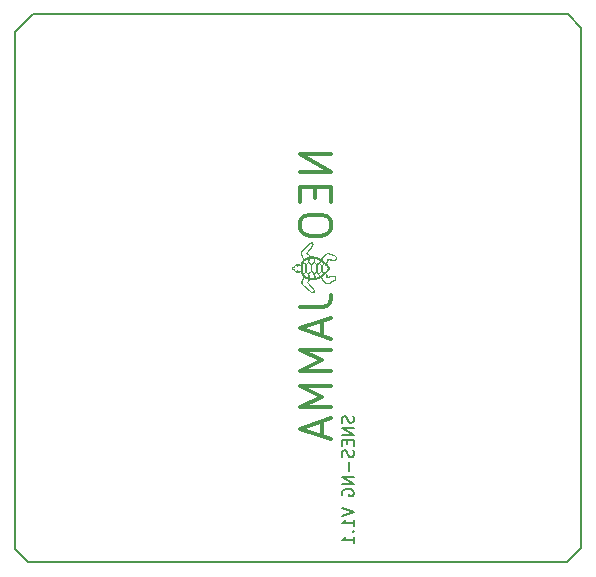
<source format=gbo>
%TF.GenerationSoftware,KiCad,Pcbnew,7.0.2*%
%TF.CreationDate,2025-03-23T10:17:30-04:00*%
%TF.ProjectId,ControllerToJamma,436f6e74-726f-46c6-9c65-72546f4a616d,rev?*%
%TF.SameCoordinates,Original*%
%TF.FileFunction,Legend,Bot*%
%TF.FilePolarity,Positive*%
%FSLAX46Y46*%
G04 Gerber Fmt 4.6, Leading zero omitted, Abs format (unit mm)*
G04 Created by KiCad (PCBNEW 7.0.2) date 2025-03-23 10:17:30*
%MOMM*%
%LPD*%
G01*
G04 APERTURE LIST*
%ADD10C,0.360000*%
%ADD11C,0.200000*%
%ADD12C,0.010000*%
%TA.AperFunction,Profile*%
%ADD13C,0.150000*%
%TD*%
G04 APERTURE END LIST*
D10*
X152984071Y-91807143D02*
X150284071Y-91807143D01*
X150284071Y-91807143D02*
X152984071Y-93350000D01*
X152984071Y-93350000D02*
X150284071Y-93350000D01*
X151569785Y-94635714D02*
X151569785Y-95535714D01*
X152984071Y-95921428D02*
X152984071Y-94635714D01*
X152984071Y-94635714D02*
X150284071Y-94635714D01*
X150284071Y-94635714D02*
X150284071Y-95921428D01*
X150284071Y-97592856D02*
X150284071Y-98107142D01*
X150284071Y-98107142D02*
X150412642Y-98364285D01*
X150412642Y-98364285D02*
X150669785Y-98621428D01*
X150669785Y-98621428D02*
X151184071Y-98749999D01*
X151184071Y-98749999D02*
X152084071Y-98749999D01*
X152084071Y-98749999D02*
X152598357Y-98621428D01*
X152598357Y-98621428D02*
X152855500Y-98364285D01*
X152855500Y-98364285D02*
X152984071Y-98107142D01*
X152984071Y-98107142D02*
X152984071Y-97592856D01*
X152984071Y-97592856D02*
X152855500Y-97335714D01*
X152855500Y-97335714D02*
X152598357Y-97078571D01*
X152598357Y-97078571D02*
X152084071Y-96949999D01*
X152084071Y-96949999D02*
X151184071Y-96949999D01*
X151184071Y-96949999D02*
X150669785Y-97078571D01*
X150669785Y-97078571D02*
X150412642Y-97335714D01*
X150412642Y-97335714D02*
X150284071Y-97592856D01*
X150284071Y-104792856D02*
X152212642Y-104792856D01*
X152212642Y-104792856D02*
X152598357Y-104664285D01*
X152598357Y-104664285D02*
X152855500Y-104407142D01*
X152855500Y-104407142D02*
X152984071Y-104021428D01*
X152984071Y-104021428D02*
X152984071Y-103764285D01*
X152212642Y-105949999D02*
X152212642Y-107235714D01*
X152984071Y-105692856D02*
X150284071Y-106592856D01*
X150284071Y-106592856D02*
X152984071Y-107492856D01*
X152984071Y-108392857D02*
X150284071Y-108392857D01*
X150284071Y-108392857D02*
X152212642Y-109292857D01*
X152212642Y-109292857D02*
X150284071Y-110192857D01*
X150284071Y-110192857D02*
X152984071Y-110192857D01*
X152984071Y-111478571D02*
X150284071Y-111478571D01*
X150284071Y-111478571D02*
X152212642Y-112378571D01*
X152212642Y-112378571D02*
X150284071Y-113278571D01*
X150284071Y-113278571D02*
X152984071Y-113278571D01*
X152212642Y-114435713D02*
X152212642Y-115721428D01*
X152984071Y-114178570D02*
X150284071Y-115078570D01*
X150284071Y-115078570D02*
X152984071Y-115978570D01*
D11*
X154815000Y-114019048D02*
X154862619Y-114161905D01*
X154862619Y-114161905D02*
X154862619Y-114400000D01*
X154862619Y-114400000D02*
X154815000Y-114495238D01*
X154815000Y-114495238D02*
X154767380Y-114542857D01*
X154767380Y-114542857D02*
X154672142Y-114590476D01*
X154672142Y-114590476D02*
X154576904Y-114590476D01*
X154576904Y-114590476D02*
X154481666Y-114542857D01*
X154481666Y-114542857D02*
X154434047Y-114495238D01*
X154434047Y-114495238D02*
X154386428Y-114400000D01*
X154386428Y-114400000D02*
X154338809Y-114209524D01*
X154338809Y-114209524D02*
X154291190Y-114114286D01*
X154291190Y-114114286D02*
X154243571Y-114066667D01*
X154243571Y-114066667D02*
X154148333Y-114019048D01*
X154148333Y-114019048D02*
X154053095Y-114019048D01*
X154053095Y-114019048D02*
X153957857Y-114066667D01*
X153957857Y-114066667D02*
X153910238Y-114114286D01*
X153910238Y-114114286D02*
X153862619Y-114209524D01*
X153862619Y-114209524D02*
X153862619Y-114447619D01*
X153862619Y-114447619D02*
X153910238Y-114590476D01*
X154862619Y-115019048D02*
X153862619Y-115019048D01*
X153862619Y-115019048D02*
X154862619Y-115590476D01*
X154862619Y-115590476D02*
X153862619Y-115590476D01*
X154338809Y-116066667D02*
X154338809Y-116400000D01*
X154862619Y-116542857D02*
X154862619Y-116066667D01*
X154862619Y-116066667D02*
X153862619Y-116066667D01*
X153862619Y-116066667D02*
X153862619Y-116542857D01*
X154815000Y-116923810D02*
X154862619Y-117066667D01*
X154862619Y-117066667D02*
X154862619Y-117304762D01*
X154862619Y-117304762D02*
X154815000Y-117400000D01*
X154815000Y-117400000D02*
X154767380Y-117447619D01*
X154767380Y-117447619D02*
X154672142Y-117495238D01*
X154672142Y-117495238D02*
X154576904Y-117495238D01*
X154576904Y-117495238D02*
X154481666Y-117447619D01*
X154481666Y-117447619D02*
X154434047Y-117400000D01*
X154434047Y-117400000D02*
X154386428Y-117304762D01*
X154386428Y-117304762D02*
X154338809Y-117114286D01*
X154338809Y-117114286D02*
X154291190Y-117019048D01*
X154291190Y-117019048D02*
X154243571Y-116971429D01*
X154243571Y-116971429D02*
X154148333Y-116923810D01*
X154148333Y-116923810D02*
X154053095Y-116923810D01*
X154053095Y-116923810D02*
X153957857Y-116971429D01*
X153957857Y-116971429D02*
X153910238Y-117019048D01*
X153910238Y-117019048D02*
X153862619Y-117114286D01*
X153862619Y-117114286D02*
X153862619Y-117352381D01*
X153862619Y-117352381D02*
X153910238Y-117495238D01*
X154481666Y-117923810D02*
X154481666Y-118685715D01*
X154862619Y-119161905D02*
X153862619Y-119161905D01*
X153862619Y-119161905D02*
X154862619Y-119733333D01*
X154862619Y-119733333D02*
X153862619Y-119733333D01*
X153910238Y-120733333D02*
X153862619Y-120638095D01*
X153862619Y-120638095D02*
X153862619Y-120495238D01*
X153862619Y-120495238D02*
X153910238Y-120352381D01*
X153910238Y-120352381D02*
X154005476Y-120257143D01*
X154005476Y-120257143D02*
X154100714Y-120209524D01*
X154100714Y-120209524D02*
X154291190Y-120161905D01*
X154291190Y-120161905D02*
X154434047Y-120161905D01*
X154434047Y-120161905D02*
X154624523Y-120209524D01*
X154624523Y-120209524D02*
X154719761Y-120257143D01*
X154719761Y-120257143D02*
X154815000Y-120352381D01*
X154815000Y-120352381D02*
X154862619Y-120495238D01*
X154862619Y-120495238D02*
X154862619Y-120590476D01*
X154862619Y-120590476D02*
X154815000Y-120733333D01*
X154815000Y-120733333D02*
X154767380Y-120780952D01*
X154767380Y-120780952D02*
X154434047Y-120780952D01*
X154434047Y-120780952D02*
X154434047Y-120590476D01*
X153862619Y-121828572D02*
X154862619Y-122161905D01*
X154862619Y-122161905D02*
X153862619Y-122495238D01*
X154862619Y-123352381D02*
X154862619Y-122780953D01*
X154862619Y-123066667D02*
X153862619Y-123066667D01*
X153862619Y-123066667D02*
X154005476Y-122971429D01*
X154005476Y-122971429D02*
X154100714Y-122876191D01*
X154100714Y-122876191D02*
X154148333Y-122780953D01*
X154767380Y-123780953D02*
X154815000Y-123828572D01*
X154815000Y-123828572D02*
X154862619Y-123780953D01*
X154862619Y-123780953D02*
X154815000Y-123733334D01*
X154815000Y-123733334D02*
X154767380Y-123780953D01*
X154767380Y-123780953D02*
X154862619Y-123780953D01*
X154862619Y-124780952D02*
X154862619Y-124209524D01*
X154862619Y-124495238D02*
X153862619Y-124495238D01*
X153862619Y-124495238D02*
X154005476Y-124400000D01*
X154005476Y-124400000D02*
X154100714Y-124304762D01*
X154100714Y-124304762D02*
X154148333Y-124209524D01*
%TO.C,HONU1*%
D12*
X149758875Y-101536474D02*
X149764046Y-101539849D01*
X149787438Y-101564945D01*
X149776999Y-101577000D01*
X149771285Y-101574729D01*
X149747674Y-101547675D01*
X149741494Y-101533480D01*
X149758875Y-101536474D01*
G36*
X149758875Y-101536474D02*
G01*
X149764046Y-101539849D01*
X149787438Y-101564945D01*
X149776999Y-101577000D01*
X149771285Y-101574729D01*
X149747674Y-101547675D01*
X149741494Y-101533480D01*
X149758875Y-101536474D01*
G37*
X149788200Y-101383501D02*
X149787057Y-101387967D01*
X149762800Y-101411900D01*
X149753807Y-101416631D01*
X149737400Y-101414898D01*
X149738542Y-101410432D01*
X149762800Y-101386500D01*
X149771792Y-101381768D01*
X149788200Y-101383501D01*
G36*
X149788200Y-101383501D02*
G01*
X149787057Y-101387967D01*
X149762800Y-101411900D01*
X149753807Y-101416631D01*
X149737400Y-101414898D01*
X149738542Y-101410432D01*
X149762800Y-101386500D01*
X149771792Y-101381768D01*
X149788200Y-101383501D01*
G37*
X151581463Y-100588214D02*
X151601962Y-100591067D01*
X151790781Y-100660017D01*
X151964554Y-100760856D01*
X152071100Y-100835196D01*
X152154858Y-100893635D01*
X152342704Y-101044871D01*
X152361231Y-101062110D01*
X152512350Y-101202722D01*
X152540763Y-101231702D01*
X152613453Y-101310096D01*
X152657028Y-101367913D01*
X152678230Y-101415374D01*
X152683800Y-101462700D01*
X152683371Y-101477454D01*
X152673831Y-101523748D01*
X152646641Y-101573236D01*
X152595061Y-101636138D01*
X152512350Y-101722677D01*
X152416740Y-101814561D01*
X152215409Y-101984362D01*
X152002115Y-102137998D01*
X151795443Y-102261500D01*
X151748507Y-102285379D01*
X151651480Y-102325642D01*
X151554701Y-102348070D01*
X151432726Y-102359538D01*
X151265760Y-102360071D01*
X151026227Y-102323689D01*
X150803004Y-102241373D01*
X150798198Y-102239017D01*
X150707720Y-102185703D01*
X150635418Y-102118813D01*
X150562900Y-102021500D01*
X150520379Y-101957718D01*
X150554869Y-101957718D01*
X150568930Y-101993772D01*
X150609593Y-102057950D01*
X150627370Y-102083223D01*
X150707743Y-102163994D01*
X150819441Y-102226901D01*
X150882178Y-102253056D01*
X150953057Y-102278400D01*
X150995424Y-102288200D01*
X151018157Y-102277872D01*
X151028221Y-102231050D01*
X151019192Y-102121699D01*
X151009330Y-102033532D01*
X150996205Y-101975205D01*
X150984758Y-101952988D01*
X151027140Y-101952988D01*
X151045012Y-102130944D01*
X151052241Y-102197243D01*
X151066180Y-102265578D01*
X151092787Y-102307263D01*
X151141596Y-102328921D01*
X151222139Y-102337176D01*
X151343950Y-102338653D01*
X151415797Y-102338790D01*
X151472796Y-102333778D01*
X151503212Y-102314584D01*
X151511976Y-102272170D01*
X151504023Y-102197498D01*
X151484284Y-102081528D01*
X151483286Y-102075794D01*
X151459882Y-101981244D01*
X151454202Y-101970700D01*
X151492566Y-101970700D01*
X151549024Y-102333844D01*
X151648894Y-102298608D01*
X151698608Y-102279823D01*
X151830444Y-102217719D01*
X151975277Y-102131257D01*
X152144050Y-102014150D01*
X152184447Y-101984539D01*
X152258077Y-101929728D01*
X152308903Y-101890703D01*
X152327742Y-101874450D01*
X152321246Y-101867299D01*
X152285807Y-101835577D01*
X152229913Y-101788282D01*
X152132543Y-101707464D01*
X151996692Y-101845023D01*
X151860842Y-101982582D01*
X151921576Y-102065541D01*
X151937676Y-102088443D01*
X151955159Y-102119748D01*
X151944986Y-102118313D01*
X151944162Y-102117630D01*
X151911236Y-102080619D01*
X151861998Y-102014919D01*
X151806781Y-101934290D01*
X151800784Y-101925181D01*
X151750591Y-101851900D01*
X151711666Y-101800040D01*
X151692004Y-101780326D01*
X151679924Y-101787314D01*
X151640042Y-101821802D01*
X151585337Y-101875450D01*
X151492566Y-101970700D01*
X151454202Y-101970700D01*
X151420970Y-101909009D01*
X151353181Y-101833828D01*
X151246675Y-101729299D01*
X151136908Y-101841144D01*
X151027140Y-101952988D01*
X150984758Y-101952988D01*
X150975795Y-101935592D01*
X150944083Y-101903567D01*
X150897046Y-101868007D01*
X150791500Y-101790715D01*
X150712012Y-101842607D01*
X150705833Y-101846633D01*
X150638858Y-101889458D01*
X150585439Y-101922399D01*
X150564991Y-101936216D01*
X150554869Y-101957718D01*
X150520379Y-101957718D01*
X150461300Y-101869100D01*
X150461300Y-101469260D01*
X150474636Y-101469260D01*
X150476197Y-101601008D01*
X150480717Y-101719579D01*
X150488201Y-101812461D01*
X150498655Y-101867141D01*
X150523311Y-101931990D01*
X150644705Y-101860714D01*
X150766100Y-101789438D01*
X150766311Y-101779881D01*
X150804200Y-101779881D01*
X150910518Y-101856898D01*
X151016837Y-101933914D01*
X151126418Y-101826369D01*
X151236000Y-101718823D01*
X151261400Y-101718823D01*
X151375631Y-101830933D01*
X151489863Y-101943043D01*
X151591531Y-101843766D01*
X151693200Y-101744490D01*
X151693200Y-101472879D01*
X151718600Y-101472879D01*
X151718717Y-101536660D01*
X151720511Y-101646389D01*
X151726039Y-101722412D01*
X151737287Y-101776499D01*
X151756238Y-101820419D01*
X151784877Y-101865943D01*
X151851154Y-101963479D01*
X152117643Y-101700301D01*
X152150400Y-101700301D01*
X152243530Y-101777067D01*
X152336661Y-101853834D01*
X152404687Y-101805395D01*
X152436160Y-101779675D01*
X152500769Y-101716568D01*
X152565556Y-101643653D01*
X152574237Y-101632953D01*
X152633370Y-101547667D01*
X152657591Y-101474405D01*
X152645411Y-101402617D01*
X152595338Y-101321758D01*
X152505883Y-101221279D01*
X152470275Y-101184241D01*
X152406594Y-101121216D01*
X152361231Y-101091053D01*
X152321436Y-101091996D01*
X152274459Y-101122288D01*
X152207550Y-101180172D01*
X152188245Y-101198962D01*
X152168107Y-101231053D01*
X152156678Y-101278197D01*
X152151571Y-101352303D01*
X152150400Y-101465278D01*
X152150400Y-101700301D01*
X152117643Y-101700301D01*
X152125000Y-101693035D01*
X152125000Y-101231709D01*
X152026326Y-101135357D01*
X151927653Y-101039005D01*
X151823126Y-101108178D01*
X151718600Y-101177350D01*
X151718600Y-101472879D01*
X151693200Y-101472879D01*
X151693200Y-101176511D01*
X151484318Y-100987799D01*
X151372859Y-101097188D01*
X151261400Y-101206576D01*
X151261400Y-101718823D01*
X151236000Y-101718823D01*
X151236000Y-101206576D01*
X151123478Y-101096145D01*
X151010957Y-100985714D01*
X150907578Y-101067591D01*
X150804200Y-101149468D01*
X150804200Y-101779881D01*
X150766311Y-101779881D01*
X150773200Y-101468396D01*
X150773632Y-101448848D01*
X150776005Y-101322077D01*
X150775550Y-101235650D01*
X150770796Y-101180307D01*
X150760274Y-101146788D01*
X150742515Y-101125831D01*
X150716050Y-101108177D01*
X150653324Y-101069770D01*
X150584284Y-101028352D01*
X150543816Y-101008609D01*
X150522443Y-101008315D01*
X150510688Y-101025239D01*
X150499074Y-101057154D01*
X150497837Y-101060728D01*
X150487632Y-101120068D01*
X150480359Y-101216278D01*
X150476025Y-101336846D01*
X150474636Y-101469260D01*
X150461300Y-101469260D01*
X150461300Y-101056300D01*
X150522443Y-100964585D01*
X150525952Y-100959322D01*
X150556338Y-100959322D01*
X150559699Y-100983620D01*
X150585529Y-101003000D01*
X150590527Y-101005982D01*
X150646959Y-101041060D01*
X150714066Y-101084308D01*
X150791500Y-101135138D01*
X150795428Y-101137716D01*
X150898804Y-101046208D01*
X150913064Y-101033416D01*
X150971063Y-100972072D01*
X151001141Y-100911220D01*
X151002231Y-100904961D01*
X151033405Y-100904961D01*
X151039794Y-100950818D01*
X151073084Y-101013116D01*
X151141762Y-101089161D01*
X151246675Y-101192127D01*
X151250724Y-101196100D01*
X151354824Y-101088100D01*
X151361648Y-101080971D01*
X151424700Y-101004936D01*
X151444294Y-100964628D01*
X151488995Y-100964628D01*
X151596078Y-101064513D01*
X151703160Y-101164399D01*
X151821239Y-101086263D01*
X151864168Y-101055151D01*
X151887906Y-101034218D01*
X151948151Y-101034218D01*
X152042925Y-101125782D01*
X152132543Y-101212363D01*
X152137700Y-101217345D01*
X152235614Y-101131827D01*
X152333529Y-101046309D01*
X152214492Y-100962404D01*
X152162646Y-100927431D01*
X152103760Y-100892160D01*
X152071100Y-100878500D01*
X152067403Y-100879197D01*
X152036087Y-100904965D01*
X151997448Y-100956359D01*
X151948151Y-101034218D01*
X151887906Y-101034218D01*
X151927653Y-100999168D01*
X151939597Y-100988636D01*
X151992586Y-100926867D01*
X152000192Y-100915196D01*
X152028213Y-100865594D01*
X152028466Y-100835524D01*
X152002481Y-100806355D01*
X151998721Y-100803081D01*
X151944186Y-100766441D01*
X151865332Y-100724145D01*
X151775895Y-100682272D01*
X151689614Y-100646904D01*
X151620224Y-100624120D01*
X151581463Y-100620001D01*
X151561811Y-100644755D01*
X151538184Y-100709027D01*
X151517840Y-100798987D01*
X151488995Y-100964628D01*
X151444294Y-100964628D01*
X151461616Y-100928993D01*
X151484318Y-100831189D01*
X151485128Y-100827700D01*
X151498019Y-100758238D01*
X151515173Y-100679185D01*
X151528783Y-100630850D01*
X151531996Y-100621348D01*
X151529657Y-100602712D01*
X151504118Y-100592222D01*
X151446185Y-100587656D01*
X151346667Y-100586788D01*
X151326570Y-100586933D01*
X151229767Y-100590640D01*
X151153747Y-100598284D01*
X151113513Y-100608473D01*
X151086808Y-100645064D01*
X151060583Y-100718243D01*
X151041297Y-100810373D01*
X151033405Y-100904961D01*
X151002231Y-100904961D01*
X151010957Y-100854854D01*
X151015686Y-100827700D01*
X151020821Y-100785319D01*
X151033480Y-100707450D01*
X151045985Y-100657366D01*
X151052134Y-100635405D01*
X151038471Y-100624395D01*
X150988046Y-100635465D01*
X150822787Y-100695568D01*
X150696946Y-100772196D01*
X150609622Y-100867405D01*
X150577857Y-100916537D01*
X150556338Y-100959322D01*
X150525952Y-100959322D01*
X150562900Y-100903900D01*
X150566434Y-100898618D01*
X150638547Y-100803040D01*
X150711272Y-100737125D01*
X150803004Y-100684026D01*
X150956528Y-100622170D01*
X151038471Y-100603420D01*
X151174019Y-100572406D01*
X151346667Y-100564154D01*
X151392769Y-100561951D01*
X151581463Y-100588214D01*
G36*
X151581463Y-100588214D02*
G01*
X151601962Y-100591067D01*
X151790781Y-100660017D01*
X151964554Y-100760856D01*
X152071100Y-100835196D01*
X152154858Y-100893635D01*
X152342704Y-101044871D01*
X152361231Y-101062110D01*
X152512350Y-101202722D01*
X152540763Y-101231702D01*
X152613453Y-101310096D01*
X152657028Y-101367913D01*
X152678230Y-101415374D01*
X152683800Y-101462700D01*
X152683371Y-101477454D01*
X152673831Y-101523748D01*
X152646641Y-101573236D01*
X152595061Y-101636138D01*
X152512350Y-101722677D01*
X152416740Y-101814561D01*
X152215409Y-101984362D01*
X152002115Y-102137998D01*
X151795443Y-102261500D01*
X151748507Y-102285379D01*
X151651480Y-102325642D01*
X151554701Y-102348070D01*
X151432726Y-102359538D01*
X151265760Y-102360071D01*
X151026227Y-102323689D01*
X150803004Y-102241373D01*
X150798198Y-102239017D01*
X150707720Y-102185703D01*
X150635418Y-102118813D01*
X150562900Y-102021500D01*
X150520379Y-101957718D01*
X150554869Y-101957718D01*
X150568930Y-101993772D01*
X150609593Y-102057950D01*
X150627370Y-102083223D01*
X150707743Y-102163994D01*
X150819441Y-102226901D01*
X150882178Y-102253056D01*
X150953057Y-102278400D01*
X150995424Y-102288200D01*
X151018157Y-102277872D01*
X151028221Y-102231050D01*
X151019192Y-102121699D01*
X151009330Y-102033532D01*
X150996205Y-101975205D01*
X150984758Y-101952988D01*
X151027140Y-101952988D01*
X151045012Y-102130944D01*
X151052241Y-102197243D01*
X151066180Y-102265578D01*
X151092787Y-102307263D01*
X151141596Y-102328921D01*
X151222139Y-102337176D01*
X151343950Y-102338653D01*
X151415797Y-102338790D01*
X151472796Y-102333778D01*
X151503212Y-102314584D01*
X151511976Y-102272170D01*
X151504023Y-102197498D01*
X151484284Y-102081528D01*
X151483286Y-102075794D01*
X151459882Y-101981244D01*
X151454202Y-101970700D01*
X151492566Y-101970700D01*
X151549024Y-102333844D01*
X151648894Y-102298608D01*
X151698608Y-102279823D01*
X151830444Y-102217719D01*
X151975277Y-102131257D01*
X152144050Y-102014150D01*
X152184447Y-101984539D01*
X152258077Y-101929728D01*
X152308903Y-101890703D01*
X152327742Y-101874450D01*
X152321246Y-101867299D01*
X152285807Y-101835577D01*
X152229913Y-101788282D01*
X152132543Y-101707464D01*
X151996692Y-101845023D01*
X151860842Y-101982582D01*
X151921576Y-102065541D01*
X151937676Y-102088443D01*
X151955159Y-102119748D01*
X151944986Y-102118313D01*
X151944162Y-102117630D01*
X151911236Y-102080619D01*
X151861998Y-102014919D01*
X151806781Y-101934290D01*
X151800784Y-101925181D01*
X151750591Y-101851900D01*
X151711666Y-101800040D01*
X151692004Y-101780326D01*
X151679924Y-101787314D01*
X151640042Y-101821802D01*
X151585337Y-101875450D01*
X151492566Y-101970700D01*
X151454202Y-101970700D01*
X151420970Y-101909009D01*
X151353181Y-101833828D01*
X151246675Y-101729299D01*
X151136908Y-101841144D01*
X151027140Y-101952988D01*
X150984758Y-101952988D01*
X150975795Y-101935592D01*
X150944083Y-101903567D01*
X150897046Y-101868007D01*
X150791500Y-101790715D01*
X150712012Y-101842607D01*
X150705833Y-101846633D01*
X150638858Y-101889458D01*
X150585439Y-101922399D01*
X150564991Y-101936216D01*
X150554869Y-101957718D01*
X150520379Y-101957718D01*
X150461300Y-101869100D01*
X150461300Y-101469260D01*
X150474636Y-101469260D01*
X150476197Y-101601008D01*
X150480717Y-101719579D01*
X150488201Y-101812461D01*
X150498655Y-101867141D01*
X150523311Y-101931990D01*
X150644705Y-101860714D01*
X150766100Y-101789438D01*
X150766311Y-101779881D01*
X150804200Y-101779881D01*
X150910518Y-101856898D01*
X151016837Y-101933914D01*
X151126418Y-101826369D01*
X151236000Y-101718823D01*
X151261400Y-101718823D01*
X151375631Y-101830933D01*
X151489863Y-101943043D01*
X151591531Y-101843766D01*
X151693200Y-101744490D01*
X151693200Y-101472879D01*
X151718600Y-101472879D01*
X151718717Y-101536660D01*
X151720511Y-101646389D01*
X151726039Y-101722412D01*
X151737287Y-101776499D01*
X151756238Y-101820419D01*
X151784877Y-101865943D01*
X151851154Y-101963479D01*
X152117643Y-101700301D01*
X152150400Y-101700301D01*
X152243530Y-101777067D01*
X152336661Y-101853834D01*
X152404687Y-101805395D01*
X152436160Y-101779675D01*
X152500769Y-101716568D01*
X152565556Y-101643653D01*
X152574237Y-101632953D01*
X152633370Y-101547667D01*
X152657591Y-101474405D01*
X152645411Y-101402617D01*
X152595338Y-101321758D01*
X152505883Y-101221279D01*
X152470275Y-101184241D01*
X152406594Y-101121216D01*
X152361231Y-101091053D01*
X152321436Y-101091996D01*
X152274459Y-101122288D01*
X152207550Y-101180172D01*
X152188245Y-101198962D01*
X152168107Y-101231053D01*
X152156678Y-101278197D01*
X152151571Y-101352303D01*
X152150400Y-101465278D01*
X152150400Y-101700301D01*
X152117643Y-101700301D01*
X152125000Y-101693035D01*
X152125000Y-101231709D01*
X152026326Y-101135357D01*
X151927653Y-101039005D01*
X151823126Y-101108178D01*
X151718600Y-101177350D01*
X151718600Y-101472879D01*
X151693200Y-101472879D01*
X151693200Y-101176511D01*
X151484318Y-100987799D01*
X151372859Y-101097188D01*
X151261400Y-101206576D01*
X151261400Y-101718823D01*
X151236000Y-101718823D01*
X151236000Y-101206576D01*
X151123478Y-101096145D01*
X151010957Y-100985714D01*
X150907578Y-101067591D01*
X150804200Y-101149468D01*
X150804200Y-101779881D01*
X150766311Y-101779881D01*
X150773200Y-101468396D01*
X150773632Y-101448848D01*
X150776005Y-101322077D01*
X150775550Y-101235650D01*
X150770796Y-101180307D01*
X150760274Y-101146788D01*
X150742515Y-101125831D01*
X150716050Y-101108177D01*
X150653324Y-101069770D01*
X150584284Y-101028352D01*
X150543816Y-101008609D01*
X150522443Y-101008315D01*
X150510688Y-101025239D01*
X150499074Y-101057154D01*
X150497837Y-101060728D01*
X150487632Y-101120068D01*
X150480359Y-101216278D01*
X150476025Y-101336846D01*
X150474636Y-101469260D01*
X150461300Y-101469260D01*
X150461300Y-101056300D01*
X150522443Y-100964585D01*
X150525952Y-100959322D01*
X150556338Y-100959322D01*
X150559699Y-100983620D01*
X150585529Y-101003000D01*
X150590527Y-101005982D01*
X150646959Y-101041060D01*
X150714066Y-101084308D01*
X150791500Y-101135138D01*
X150795428Y-101137716D01*
X150898804Y-101046208D01*
X150913064Y-101033416D01*
X150971063Y-100972072D01*
X151001141Y-100911220D01*
X151002231Y-100904961D01*
X151033405Y-100904961D01*
X151039794Y-100950818D01*
X151073084Y-101013116D01*
X151141762Y-101089161D01*
X151246675Y-101192127D01*
X151250724Y-101196100D01*
X151354824Y-101088100D01*
X151361648Y-101080971D01*
X151424700Y-101004936D01*
X151444294Y-100964628D01*
X151488995Y-100964628D01*
X151596078Y-101064513D01*
X151703160Y-101164399D01*
X151821239Y-101086263D01*
X151864168Y-101055151D01*
X151887906Y-101034218D01*
X151948151Y-101034218D01*
X152042925Y-101125782D01*
X152132543Y-101212363D01*
X152137700Y-101217345D01*
X152235614Y-101131827D01*
X152333529Y-101046309D01*
X152214492Y-100962404D01*
X152162646Y-100927431D01*
X152103760Y-100892160D01*
X152071100Y-100878500D01*
X152067403Y-100879197D01*
X152036087Y-100904965D01*
X151997448Y-100956359D01*
X151948151Y-101034218D01*
X151887906Y-101034218D01*
X151927653Y-100999168D01*
X151939597Y-100988636D01*
X151992586Y-100926867D01*
X152000192Y-100915196D01*
X152028213Y-100865594D01*
X152028466Y-100835524D01*
X152002481Y-100806355D01*
X151998721Y-100803081D01*
X151944186Y-100766441D01*
X151865332Y-100724145D01*
X151775895Y-100682272D01*
X151689614Y-100646904D01*
X151620224Y-100624120D01*
X151581463Y-100620001D01*
X151561811Y-100644755D01*
X151538184Y-100709027D01*
X151517840Y-100798987D01*
X151488995Y-100964628D01*
X151444294Y-100964628D01*
X151461616Y-100928993D01*
X151484318Y-100831189D01*
X151485128Y-100827700D01*
X151498019Y-100758238D01*
X151515173Y-100679185D01*
X151528783Y-100630850D01*
X151531996Y-100621348D01*
X151529657Y-100602712D01*
X151504118Y-100592222D01*
X151446185Y-100587656D01*
X151346667Y-100586788D01*
X151326570Y-100586933D01*
X151229767Y-100590640D01*
X151153747Y-100598284D01*
X151113513Y-100608473D01*
X151086808Y-100645064D01*
X151060583Y-100718243D01*
X151041297Y-100810373D01*
X151033405Y-100904961D01*
X151002231Y-100904961D01*
X151010957Y-100854854D01*
X151015686Y-100827700D01*
X151020821Y-100785319D01*
X151033480Y-100707450D01*
X151045985Y-100657366D01*
X151052134Y-100635405D01*
X151038471Y-100624395D01*
X150988046Y-100635465D01*
X150822787Y-100695568D01*
X150696946Y-100772196D01*
X150609622Y-100867405D01*
X150577857Y-100916537D01*
X150556338Y-100959322D01*
X150525952Y-100959322D01*
X150562900Y-100903900D01*
X150566434Y-100898618D01*
X150638547Y-100803040D01*
X150711272Y-100737125D01*
X150803004Y-100684026D01*
X150956528Y-100622170D01*
X151038471Y-100603420D01*
X151174019Y-100572406D01*
X151346667Y-100564154D01*
X151392769Y-100561951D01*
X151581463Y-100588214D01*
G37*
X151278314Y-99265609D02*
X151330908Y-99288902D01*
X151371886Y-99345147D01*
X151388400Y-99416861D01*
X151372353Y-99478785D01*
X151323348Y-99575080D01*
X151243864Y-99700095D01*
X151136409Y-99849899D01*
X151003489Y-100020562D01*
X150855707Y-100204025D01*
X150982353Y-100322488D01*
X151046097Y-100385979D01*
X151091638Y-100438730D01*
X151109017Y-100469225D01*
X151109204Y-100470772D01*
X151138681Y-100485580D01*
X151218076Y-100494510D01*
X151346883Y-100497500D01*
X151366492Y-100497575D01*
X151422563Y-100497789D01*
X151507706Y-100501133D01*
X151576540Y-100511501D01*
X151644475Y-100532869D01*
X151726924Y-100569210D01*
X151839295Y-100624500D01*
X152093858Y-100751500D01*
X152217325Y-100576666D01*
X152224716Y-100566301D01*
X152300803Y-100467795D01*
X152382154Y-100373884D01*
X152452371Y-100303616D01*
X152517740Y-100253466D01*
X152620719Y-100209699D01*
X152712597Y-100210827D01*
X152729717Y-100211036D01*
X152855602Y-100256200D01*
X152886594Y-100270680D01*
X152949174Y-100296694D01*
X152985267Y-100307000D01*
X153027264Y-100316415D01*
X153100583Y-100345300D01*
X153184182Y-100385417D01*
X153260618Y-100428314D01*
X153312450Y-100465538D01*
X153354161Y-100526740D01*
X153371718Y-100610088D01*
X153358062Y-100690748D01*
X153313148Y-100750059D01*
X153248723Y-100774506D01*
X153148916Y-100787376D01*
X153029982Y-100787911D01*
X152907185Y-100776061D01*
X152795786Y-100751774D01*
X152749303Y-100737721D01*
X152691772Y-100720510D01*
X152667996Y-100713674D01*
X152667137Y-100715334D01*
X152660122Y-100747816D01*
X152649641Y-100808777D01*
X152645420Y-100828443D01*
X152611483Y-100913650D01*
X152561013Y-100992046D01*
X152487637Y-101079939D01*
X152636518Y-101252922D01*
X152666790Y-101288880D01*
X152727540Y-101366571D01*
X152769649Y-101428408D01*
X152785400Y-101463478D01*
X152780053Y-101479176D01*
X152747964Y-101530374D01*
X152693338Y-101602923D01*
X152623637Y-101686533D01*
X152461874Y-101872013D01*
X152520889Y-101984856D01*
X152537723Y-102020266D01*
X152568377Y-102106555D01*
X152581052Y-102177575D01*
X152581334Y-102193104D01*
X152587378Y-102236502D01*
X152612497Y-102247898D01*
X152671820Y-102237237D01*
X152678737Y-102235615D01*
X152748793Y-102212954D01*
X152797293Y-102187269D01*
X152800742Y-102184717D01*
X152853101Y-102165585D01*
X152936128Y-102151063D01*
X153033711Y-102142149D01*
X153129741Y-102139842D01*
X153208107Y-102145140D01*
X153252700Y-102159042D01*
X153259841Y-102166511D01*
X153287069Y-102219246D01*
X153306755Y-102292078D01*
X153308869Y-102305046D01*
X153312901Y-102369952D01*
X153294295Y-102418953D01*
X153244906Y-102476320D01*
X153192056Y-102523693D01*
X153067670Y-102607226D01*
X152921620Y-102680926D01*
X152772545Y-102735957D01*
X152639082Y-102763484D01*
X152484632Y-102777489D01*
X152346282Y-102646643D01*
X152242550Y-102532456D01*
X152134716Y-102355444D01*
X152067282Y-102207755D01*
X152095597Y-102207755D01*
X152105073Y-102241101D01*
X152149273Y-102340691D01*
X152214728Y-102451975D01*
X152290812Y-102557956D01*
X152366897Y-102641638D01*
X152394121Y-102666634D01*
X152452091Y-102715346D01*
X152499293Y-102738892D01*
X152555205Y-102744167D01*
X152639305Y-102738064D01*
X152739347Y-102720502D01*
X152898815Y-102666542D01*
X153058881Y-102586117D01*
X153201436Y-102487305D01*
X153230122Y-102462186D01*
X153277302Y-102401289D01*
X153289049Y-102332334D01*
X153270302Y-102237400D01*
X153262421Y-102213586D01*
X153245681Y-102191471D01*
X153212137Y-102179976D01*
X153150462Y-102175971D01*
X153049329Y-102176325D01*
X152983908Y-102178245D01*
X152859913Y-102191753D01*
X152784145Y-102217680D01*
X152719405Y-102248319D01*
X152639350Y-102271770D01*
X152629849Y-102273496D01*
X152579443Y-102278011D01*
X152560005Y-102257603D01*
X152556800Y-102199344D01*
X152554946Y-102172889D01*
X152535741Y-102086902D01*
X152502424Y-101999838D01*
X152448049Y-101887917D01*
X152267474Y-102027638D01*
X152259959Y-102033478D01*
X152167470Y-102111105D01*
X152111477Y-102170460D01*
X152095597Y-102207755D01*
X152067282Y-102207755D01*
X152061500Y-102195091D01*
X151820554Y-102311495D01*
X151769298Y-102336152D01*
X151673382Y-102380005D01*
X151598783Y-102407078D01*
X151528515Y-102421440D01*
X151445591Y-102427162D01*
X151333024Y-102428314D01*
X151086438Y-102428728D01*
X151010338Y-102542039D01*
X150934238Y-102655349D01*
X151078769Y-102813894D01*
X151102076Y-102839505D01*
X151247969Y-103002763D01*
X151359864Y-103135072D01*
X151439808Y-103240425D01*
X151489850Y-103322815D01*
X151512037Y-103386237D01*
X151508417Y-103434684D01*
X151481039Y-103472150D01*
X151431950Y-103502629D01*
X151425661Y-103505545D01*
X151371676Y-103521916D01*
X151315077Y-103519985D01*
X151250593Y-103496547D01*
X151172953Y-103448398D01*
X151076885Y-103372335D01*
X150957118Y-103265155D01*
X150808381Y-103123653D01*
X150733065Y-103049904D01*
X150612589Y-102927503D01*
X150520347Y-102827350D01*
X150459690Y-102753159D01*
X150433967Y-102708644D01*
X150432164Y-102700415D01*
X150434166Y-102621782D01*
X150457519Y-102621782D01*
X150459062Y-102707428D01*
X150469124Y-102728425D01*
X150514149Y-102788849D01*
X150590535Y-102875655D01*
X150694084Y-102984175D01*
X150820598Y-103109736D01*
X150936069Y-103220161D01*
X151060013Y-103332562D01*
X151159612Y-103413082D01*
X151240269Y-103465077D01*
X151307392Y-103491901D01*
X151366384Y-103496911D01*
X151422652Y-103483462D01*
X151460137Y-103463983D01*
X151486707Y-103430063D01*
X151488320Y-103382405D01*
X151463014Y-103317452D01*
X151408828Y-103231642D01*
X151323800Y-103121416D01*
X151205968Y-102983215D01*
X151053369Y-102813478D01*
X150908838Y-102655349D01*
X150983519Y-102544152D01*
X151011461Y-102501118D01*
X151045082Y-102443966D01*
X151058200Y-102413395D01*
X151057914Y-102411707D01*
X151031619Y-102393483D01*
X150975650Y-102376547D01*
X150930283Y-102363184D01*
X150844918Y-102329071D01*
X150755419Y-102285726D01*
X150690770Y-102252245D01*
X150635666Y-102226092D01*
X150612491Y-102218447D01*
X150609016Y-102224320D01*
X150588743Y-102263700D01*
X150557874Y-102326300D01*
X150539461Y-102365480D01*
X150485072Y-102504892D01*
X150457519Y-102621782D01*
X150434166Y-102621782D01*
X150434598Y-102604818D01*
X150470807Y-102472945D01*
X150540469Y-102306011D01*
X150597607Y-102184123D01*
X150499377Y-102026611D01*
X150498967Y-102025954D01*
X150447255Y-101937044D01*
X150405835Y-101855082D01*
X150401883Y-101844872D01*
X150410500Y-101844872D01*
X150513203Y-102009118D01*
X150514941Y-102011885D01*
X150578155Y-102101617D01*
X150612491Y-102141896D01*
X150645333Y-102180422D01*
X150702217Y-102231528D01*
X150817601Y-102293453D01*
X150985374Y-102351267D01*
X151172673Y-102388987D01*
X151363437Y-102402461D01*
X151392295Y-102402405D01*
X151484950Y-102400094D01*
X151557898Y-102391299D01*
X151627353Y-102371817D01*
X151709528Y-102337447D01*
X151820637Y-102283987D01*
X152074400Y-102139621D01*
X152353585Y-101929748D01*
X152448049Y-101835836D01*
X152599619Y-101685153D01*
X152639494Y-101638207D01*
X152701440Y-101559558D01*
X152744109Y-101497587D01*
X152760000Y-101462700D01*
X152744388Y-101423984D01*
X152697620Y-101357327D01*
X152626903Y-101272359D01*
X152539529Y-101177015D01*
X152442788Y-101079230D01*
X152343971Y-100986938D01*
X152250369Y-100908074D01*
X152213605Y-100880299D01*
X152090386Y-100796373D01*
X152030082Y-100759612D01*
X152125000Y-100759612D01*
X152128921Y-100767675D01*
X152162620Y-100804243D01*
X152223379Y-100859590D01*
X152302133Y-100925243D01*
X152479266Y-101067358D01*
X152544646Y-100981640D01*
X152553912Y-100968786D01*
X152598877Y-100885801D01*
X152624937Y-100804044D01*
X152627194Y-100791094D01*
X152642178Y-100731262D01*
X152657487Y-100701264D01*
X152671534Y-100699798D01*
X152724121Y-100708067D01*
X152797800Y-100727280D01*
X152802829Y-100728762D01*
X152902459Y-100749263D01*
X153017877Y-100760778D01*
X153132703Y-100762957D01*
X153230560Y-100755450D01*
X153295069Y-100737906D01*
X153302613Y-100733072D01*
X153334923Y-100682662D01*
X153345459Y-100609818D01*
X153333856Y-100534796D01*
X153299750Y-100477852D01*
X153255206Y-100447725D01*
X153183355Y-100409504D01*
X153102659Y-100372106D01*
X153030752Y-100343685D01*
X152985267Y-100332400D01*
X152973899Y-100330284D01*
X152923876Y-100312182D01*
X152855602Y-100281600D01*
X152844554Y-100276381D01*
X152712597Y-100235497D01*
X152594774Y-100242303D01*
X152487571Y-100296947D01*
X152440863Y-100340372D01*
X152378456Y-100409035D01*
X152309041Y-100492111D01*
X152240801Y-100579151D01*
X152181924Y-100659712D01*
X152140595Y-100723348D01*
X152125000Y-100759612D01*
X152030082Y-100759612D01*
X151952579Y-100712366D01*
X151823692Y-100642889D01*
X151800809Y-100631659D01*
X151696402Y-100582210D01*
X151617419Y-100551077D01*
X151547207Y-100533943D01*
X151469115Y-100526494D01*
X151366492Y-100524415D01*
X151213699Y-100532031D01*
X151020569Y-100564971D01*
X150844856Y-100620249D01*
X150702217Y-100693871D01*
X150700752Y-100694871D01*
X150643336Y-100747085D01*
X150576068Y-100826479D01*
X150513203Y-100916281D01*
X150410500Y-101080527D01*
X150410500Y-101844872D01*
X150401883Y-101844872D01*
X150383639Y-101797735D01*
X150380505Y-101785852D01*
X150358691Y-101744066D01*
X150324816Y-101744006D01*
X150221096Y-101785628D01*
X150133116Y-101811926D01*
X150065508Y-101817916D01*
X150005536Y-101806074D01*
X149999355Y-101803877D01*
X149934248Y-101769150D01*
X149895237Y-101741200D01*
X149973039Y-101741200D01*
X149976796Y-101767643D01*
X150030460Y-101790871D01*
X150080386Y-101796177D01*
X150133665Y-101785366D01*
X150140082Y-101781322D01*
X150154146Y-101753590D01*
X150132279Y-101727589D01*
X150086750Y-101711711D01*
X150029829Y-101714347D01*
X150019235Y-101717219D01*
X149973039Y-101741200D01*
X149895237Y-101741200D01*
X149856234Y-101713256D01*
X149776346Y-101646065D01*
X149705621Y-101577446D01*
X149655094Y-101517268D01*
X149635887Y-101475588D01*
X149661200Y-101475588D01*
X149678840Y-101514323D01*
X149726024Y-101572511D01*
X149792398Y-101637029D01*
X149805779Y-101648704D01*
X149871750Y-101703602D01*
X149914235Y-101729639D01*
X149945010Y-101731832D01*
X149975850Y-101715199D01*
X150021150Y-101689906D01*
X150086750Y-101684630D01*
X150091506Y-101684248D01*
X150155053Y-101727801D01*
X150161237Y-101734563D01*
X150192716Y-101760783D01*
X150227333Y-101760769D01*
X150285990Y-101735797D01*
X150372400Y-101694591D01*
X150372400Y-101256208D01*
X150285990Y-101215002D01*
X150274053Y-101209347D01*
X150220680Y-101188308D01*
X150187981Y-101192433D01*
X150155053Y-101222998D01*
X150107920Y-101259837D01*
X150044644Y-101267501D01*
X149989385Y-101227750D01*
X149978888Y-101213713D01*
X149968854Y-101196802D01*
X149991354Y-101215050D01*
X150020383Y-101234468D01*
X150086035Y-101243767D01*
X150142027Y-101210836D01*
X150147333Y-101203622D01*
X150149406Y-101172926D01*
X150115719Y-101156985D01*
X150057734Y-101158165D01*
X149986914Y-101178831D01*
X149958598Y-101192590D01*
X149881926Y-101241657D01*
X149802454Y-101304874D01*
X149731577Y-101371858D01*
X149680693Y-101432224D01*
X149661200Y-101475588D01*
X149635887Y-101475588D01*
X149635800Y-101475400D01*
X149636078Y-101471820D01*
X149659539Y-101427336D01*
X149712960Y-101365680D01*
X149785305Y-101296722D01*
X149865540Y-101230330D01*
X149942628Y-101176375D01*
X150005536Y-101144725D01*
X150057270Y-101133504D01*
X150115719Y-101136588D01*
X150123373Y-101136991D01*
X150208201Y-101160555D01*
X150324496Y-101206671D01*
X150338656Y-101210909D01*
X150364509Y-101197203D01*
X150382042Y-101141435D01*
X150382358Y-101139915D01*
X150404993Y-101075898D01*
X150447092Y-100988894D01*
X150499796Y-100897275D01*
X150507839Y-100884390D01*
X150555076Y-100806120D01*
X150588389Y-100746506D01*
X150601000Y-100717582D01*
X150589859Y-100686376D01*
X150561239Y-100625135D01*
X150522541Y-100548226D01*
X150481163Y-100469983D01*
X150444504Y-100404742D01*
X150419963Y-100366839D01*
X150410931Y-100349289D01*
X150394086Y-100289070D01*
X150380807Y-100209133D01*
X150365571Y-100080488D01*
X150365812Y-100080241D01*
X150390942Y-100080241D01*
X150405980Y-100207218D01*
X150412143Y-100246178D01*
X150436075Y-100335828D01*
X150466559Y-100403147D01*
X150482380Y-100428324D01*
X150526528Y-100505203D01*
X150570985Y-100589367D01*
X150629870Y-100706634D01*
X150761485Y-100636387D01*
X150817279Y-100608630D01*
X150906874Y-100570715D01*
X150977366Y-100548475D01*
X151012765Y-100539447D01*
X151064820Y-100510910D01*
X151073607Y-100468846D01*
X151038825Y-100409401D01*
X150960173Y-100328720D01*
X150827853Y-100207052D01*
X150976862Y-100022076D01*
X150991510Y-100003770D01*
X151079481Y-99890092D01*
X151169586Y-99768614D01*
X151244435Y-99662696D01*
X151313332Y-99550312D01*
X151355294Y-99447477D01*
X151358142Y-99369858D01*
X151322550Y-99314450D01*
X151319860Y-99312337D01*
X151275359Y-99300237D01*
X151212555Y-99318957D01*
X151128857Y-99370341D01*
X151021675Y-99456235D01*
X150888417Y-99578483D01*
X150726492Y-99738931D01*
X150390942Y-100080241D01*
X150365812Y-100080241D01*
X150692835Y-99745686D01*
X150695522Y-99742939D01*
X150865286Y-99574289D01*
X151009798Y-99441033D01*
X151127603Y-99344368D01*
X151217242Y-99285491D01*
X151275359Y-99266228D01*
X151277258Y-99265599D01*
X151278314Y-99265609D01*
G36*
X151278314Y-99265609D02*
G01*
X151330908Y-99288902D01*
X151371886Y-99345147D01*
X151388400Y-99416861D01*
X151372353Y-99478785D01*
X151323348Y-99575080D01*
X151243864Y-99700095D01*
X151136409Y-99849899D01*
X151003489Y-100020562D01*
X150855707Y-100204025D01*
X150982353Y-100322488D01*
X151046097Y-100385979D01*
X151091638Y-100438730D01*
X151109017Y-100469225D01*
X151109204Y-100470772D01*
X151138681Y-100485580D01*
X151218076Y-100494510D01*
X151346883Y-100497500D01*
X151366492Y-100497575D01*
X151422563Y-100497789D01*
X151507706Y-100501133D01*
X151576540Y-100511501D01*
X151644475Y-100532869D01*
X151726924Y-100569210D01*
X151839295Y-100624500D01*
X152093858Y-100751500D01*
X152217325Y-100576666D01*
X152224716Y-100566301D01*
X152300803Y-100467795D01*
X152382154Y-100373884D01*
X152452371Y-100303616D01*
X152517740Y-100253466D01*
X152620719Y-100209699D01*
X152712597Y-100210827D01*
X152729717Y-100211036D01*
X152855602Y-100256200D01*
X152886594Y-100270680D01*
X152949174Y-100296694D01*
X152985267Y-100307000D01*
X153027264Y-100316415D01*
X153100583Y-100345300D01*
X153184182Y-100385417D01*
X153260618Y-100428314D01*
X153312450Y-100465538D01*
X153354161Y-100526740D01*
X153371718Y-100610088D01*
X153358062Y-100690748D01*
X153313148Y-100750059D01*
X153248723Y-100774506D01*
X153148916Y-100787376D01*
X153029982Y-100787911D01*
X152907185Y-100776061D01*
X152795786Y-100751774D01*
X152749303Y-100737721D01*
X152691772Y-100720510D01*
X152667996Y-100713674D01*
X152667137Y-100715334D01*
X152660122Y-100747816D01*
X152649641Y-100808777D01*
X152645420Y-100828443D01*
X152611483Y-100913650D01*
X152561013Y-100992046D01*
X152487637Y-101079939D01*
X152636518Y-101252922D01*
X152666790Y-101288880D01*
X152727540Y-101366571D01*
X152769649Y-101428408D01*
X152785400Y-101463478D01*
X152780053Y-101479176D01*
X152747964Y-101530374D01*
X152693338Y-101602923D01*
X152623637Y-101686533D01*
X152461874Y-101872013D01*
X152520889Y-101984856D01*
X152537723Y-102020266D01*
X152568377Y-102106555D01*
X152581052Y-102177575D01*
X152581334Y-102193104D01*
X152587378Y-102236502D01*
X152612497Y-102247898D01*
X152671820Y-102237237D01*
X152678737Y-102235615D01*
X152748793Y-102212954D01*
X152797293Y-102187269D01*
X152800742Y-102184717D01*
X152853101Y-102165585D01*
X152936128Y-102151063D01*
X153033711Y-102142149D01*
X153129741Y-102139842D01*
X153208107Y-102145140D01*
X153252700Y-102159042D01*
X153259841Y-102166511D01*
X153287069Y-102219246D01*
X153306755Y-102292078D01*
X153308869Y-102305046D01*
X153312901Y-102369952D01*
X153294295Y-102418953D01*
X153244906Y-102476320D01*
X153192056Y-102523693D01*
X153067670Y-102607226D01*
X152921620Y-102680926D01*
X152772545Y-102735957D01*
X152639082Y-102763484D01*
X152484632Y-102777489D01*
X152346282Y-102646643D01*
X152242550Y-102532456D01*
X152134716Y-102355444D01*
X152067282Y-102207755D01*
X152095597Y-102207755D01*
X152105073Y-102241101D01*
X152149273Y-102340691D01*
X152214728Y-102451975D01*
X152290812Y-102557956D01*
X152366897Y-102641638D01*
X152394121Y-102666634D01*
X152452091Y-102715346D01*
X152499293Y-102738892D01*
X152555205Y-102744167D01*
X152639305Y-102738064D01*
X152739347Y-102720502D01*
X152898815Y-102666542D01*
X153058881Y-102586117D01*
X153201436Y-102487305D01*
X153230122Y-102462186D01*
X153277302Y-102401289D01*
X153289049Y-102332334D01*
X153270302Y-102237400D01*
X153262421Y-102213586D01*
X153245681Y-102191471D01*
X153212137Y-102179976D01*
X153150462Y-102175971D01*
X153049329Y-102176325D01*
X152983908Y-102178245D01*
X152859913Y-102191753D01*
X152784145Y-102217680D01*
X152719405Y-102248319D01*
X152639350Y-102271770D01*
X152629849Y-102273496D01*
X152579443Y-102278011D01*
X152560005Y-102257603D01*
X152556800Y-102199344D01*
X152554946Y-102172889D01*
X152535741Y-102086902D01*
X152502424Y-101999838D01*
X152448049Y-101887917D01*
X152267474Y-102027638D01*
X152259959Y-102033478D01*
X152167470Y-102111105D01*
X152111477Y-102170460D01*
X152095597Y-102207755D01*
X152067282Y-102207755D01*
X152061500Y-102195091D01*
X151820554Y-102311495D01*
X151769298Y-102336152D01*
X151673382Y-102380005D01*
X151598783Y-102407078D01*
X151528515Y-102421440D01*
X151445591Y-102427162D01*
X151333024Y-102428314D01*
X151086438Y-102428728D01*
X151010338Y-102542039D01*
X150934238Y-102655349D01*
X151078769Y-102813894D01*
X151102076Y-102839505D01*
X151247969Y-103002763D01*
X151359864Y-103135072D01*
X151439808Y-103240425D01*
X151489850Y-103322815D01*
X151512037Y-103386237D01*
X151508417Y-103434684D01*
X151481039Y-103472150D01*
X151431950Y-103502629D01*
X151425661Y-103505545D01*
X151371676Y-103521916D01*
X151315077Y-103519985D01*
X151250593Y-103496547D01*
X151172953Y-103448398D01*
X151076885Y-103372335D01*
X150957118Y-103265155D01*
X150808381Y-103123653D01*
X150733065Y-103049904D01*
X150612589Y-102927503D01*
X150520347Y-102827350D01*
X150459690Y-102753159D01*
X150433967Y-102708644D01*
X150432164Y-102700415D01*
X150434166Y-102621782D01*
X150457519Y-102621782D01*
X150459062Y-102707428D01*
X150469124Y-102728425D01*
X150514149Y-102788849D01*
X150590535Y-102875655D01*
X150694084Y-102984175D01*
X150820598Y-103109736D01*
X150936069Y-103220161D01*
X151060013Y-103332562D01*
X151159612Y-103413082D01*
X151240269Y-103465077D01*
X151307392Y-103491901D01*
X151366384Y-103496911D01*
X151422652Y-103483462D01*
X151460137Y-103463983D01*
X151486707Y-103430063D01*
X151488320Y-103382405D01*
X151463014Y-103317452D01*
X151408828Y-103231642D01*
X151323800Y-103121416D01*
X151205968Y-102983215D01*
X151053369Y-102813478D01*
X150908838Y-102655349D01*
X150983519Y-102544152D01*
X151011461Y-102501118D01*
X151045082Y-102443966D01*
X151058200Y-102413395D01*
X151057914Y-102411707D01*
X151031619Y-102393483D01*
X150975650Y-102376547D01*
X150930283Y-102363184D01*
X150844918Y-102329071D01*
X150755419Y-102285726D01*
X150690770Y-102252245D01*
X150635666Y-102226092D01*
X150612491Y-102218447D01*
X150609016Y-102224320D01*
X150588743Y-102263700D01*
X150557874Y-102326300D01*
X150539461Y-102365480D01*
X150485072Y-102504892D01*
X150457519Y-102621782D01*
X150434166Y-102621782D01*
X150434598Y-102604818D01*
X150470807Y-102472945D01*
X150540469Y-102306011D01*
X150597607Y-102184123D01*
X150499377Y-102026611D01*
X150498967Y-102025954D01*
X150447255Y-101937044D01*
X150405835Y-101855082D01*
X150401883Y-101844872D01*
X150410500Y-101844872D01*
X150513203Y-102009118D01*
X150514941Y-102011885D01*
X150578155Y-102101617D01*
X150612491Y-102141896D01*
X150645333Y-102180422D01*
X150702217Y-102231528D01*
X150817601Y-102293453D01*
X150985374Y-102351267D01*
X151172673Y-102388987D01*
X151363437Y-102402461D01*
X151392295Y-102402405D01*
X151484950Y-102400094D01*
X151557898Y-102391299D01*
X151627353Y-102371817D01*
X151709528Y-102337447D01*
X151820637Y-102283987D01*
X152074400Y-102139621D01*
X152353585Y-101929748D01*
X152448049Y-101835836D01*
X152599619Y-101685153D01*
X152639494Y-101638207D01*
X152701440Y-101559558D01*
X152744109Y-101497587D01*
X152760000Y-101462700D01*
X152744388Y-101423984D01*
X152697620Y-101357327D01*
X152626903Y-101272359D01*
X152539529Y-101177015D01*
X152442788Y-101079230D01*
X152343971Y-100986938D01*
X152250369Y-100908074D01*
X152213605Y-100880299D01*
X152090386Y-100796373D01*
X152030082Y-100759612D01*
X152125000Y-100759612D01*
X152128921Y-100767675D01*
X152162620Y-100804243D01*
X152223379Y-100859590D01*
X152302133Y-100925243D01*
X152479266Y-101067358D01*
X152544646Y-100981640D01*
X152553912Y-100968786D01*
X152598877Y-100885801D01*
X152624937Y-100804044D01*
X152627194Y-100791094D01*
X152642178Y-100731262D01*
X152657487Y-100701264D01*
X152671534Y-100699798D01*
X152724121Y-100708067D01*
X152797800Y-100727280D01*
X152802829Y-100728762D01*
X152902459Y-100749263D01*
X153017877Y-100760778D01*
X153132703Y-100762957D01*
X153230560Y-100755450D01*
X153295069Y-100737906D01*
X153302613Y-100733072D01*
X153334923Y-100682662D01*
X153345459Y-100609818D01*
X153333856Y-100534796D01*
X153299750Y-100477852D01*
X153255206Y-100447725D01*
X153183355Y-100409504D01*
X153102659Y-100372106D01*
X153030752Y-100343685D01*
X152985267Y-100332400D01*
X152973899Y-100330284D01*
X152923876Y-100312182D01*
X152855602Y-100281600D01*
X152844554Y-100276381D01*
X152712597Y-100235497D01*
X152594774Y-100242303D01*
X152487571Y-100296947D01*
X152440863Y-100340372D01*
X152378456Y-100409035D01*
X152309041Y-100492111D01*
X152240801Y-100579151D01*
X152181924Y-100659712D01*
X152140595Y-100723348D01*
X152125000Y-100759612D01*
X152030082Y-100759612D01*
X151952579Y-100712366D01*
X151823692Y-100642889D01*
X151800809Y-100631659D01*
X151696402Y-100582210D01*
X151617419Y-100551077D01*
X151547207Y-100533943D01*
X151469115Y-100526494D01*
X151366492Y-100524415D01*
X151213699Y-100532031D01*
X151020569Y-100564971D01*
X150844856Y-100620249D01*
X150702217Y-100693871D01*
X150700752Y-100694871D01*
X150643336Y-100747085D01*
X150576068Y-100826479D01*
X150513203Y-100916281D01*
X150410500Y-101080527D01*
X150410500Y-101844872D01*
X150401883Y-101844872D01*
X150383639Y-101797735D01*
X150380505Y-101785852D01*
X150358691Y-101744066D01*
X150324816Y-101744006D01*
X150221096Y-101785628D01*
X150133116Y-101811926D01*
X150065508Y-101817916D01*
X150005536Y-101806074D01*
X149999355Y-101803877D01*
X149934248Y-101769150D01*
X149895237Y-101741200D01*
X149973039Y-101741200D01*
X149976796Y-101767643D01*
X150030460Y-101790871D01*
X150080386Y-101796177D01*
X150133665Y-101785366D01*
X150140082Y-101781322D01*
X150154146Y-101753590D01*
X150132279Y-101727589D01*
X150086750Y-101711711D01*
X150029829Y-101714347D01*
X150019235Y-101717219D01*
X149973039Y-101741200D01*
X149895237Y-101741200D01*
X149856234Y-101713256D01*
X149776346Y-101646065D01*
X149705621Y-101577446D01*
X149655094Y-101517268D01*
X149635887Y-101475588D01*
X149661200Y-101475588D01*
X149678840Y-101514323D01*
X149726024Y-101572511D01*
X149792398Y-101637029D01*
X149805779Y-101648704D01*
X149871750Y-101703602D01*
X149914235Y-101729639D01*
X149945010Y-101731832D01*
X149975850Y-101715199D01*
X150021150Y-101689906D01*
X150086750Y-101684630D01*
X150091506Y-101684248D01*
X150155053Y-101727801D01*
X150161237Y-101734563D01*
X150192716Y-101760783D01*
X150227333Y-101760769D01*
X150285990Y-101735797D01*
X150372400Y-101694591D01*
X150372400Y-101256208D01*
X150285990Y-101215002D01*
X150274053Y-101209347D01*
X150220680Y-101188308D01*
X150187981Y-101192433D01*
X150155053Y-101222998D01*
X150107920Y-101259837D01*
X150044644Y-101267501D01*
X149989385Y-101227750D01*
X149978888Y-101213713D01*
X149968854Y-101196802D01*
X149991354Y-101215050D01*
X150020383Y-101234468D01*
X150086035Y-101243767D01*
X150142027Y-101210836D01*
X150147333Y-101203622D01*
X150149406Y-101172926D01*
X150115719Y-101156985D01*
X150057734Y-101158165D01*
X149986914Y-101178831D01*
X149958598Y-101192590D01*
X149881926Y-101241657D01*
X149802454Y-101304874D01*
X149731577Y-101371858D01*
X149680693Y-101432224D01*
X149661200Y-101475588D01*
X149635887Y-101475588D01*
X149635800Y-101475400D01*
X149636078Y-101471820D01*
X149659539Y-101427336D01*
X149712960Y-101365680D01*
X149785305Y-101296722D01*
X149865540Y-101230330D01*
X149942628Y-101176375D01*
X150005536Y-101144725D01*
X150057270Y-101133504D01*
X150115719Y-101136588D01*
X150123373Y-101136991D01*
X150208201Y-101160555D01*
X150324496Y-101206671D01*
X150338656Y-101210909D01*
X150364509Y-101197203D01*
X150382042Y-101141435D01*
X150382358Y-101139915D01*
X150404993Y-101075898D01*
X150447092Y-100988894D01*
X150499796Y-100897275D01*
X150507839Y-100884390D01*
X150555076Y-100806120D01*
X150588389Y-100746506D01*
X150601000Y-100717582D01*
X150589859Y-100686376D01*
X150561239Y-100625135D01*
X150522541Y-100548226D01*
X150481163Y-100469983D01*
X150444504Y-100404742D01*
X150419963Y-100366839D01*
X150410931Y-100349289D01*
X150394086Y-100289070D01*
X150380807Y-100209133D01*
X150365571Y-100080488D01*
X150365812Y-100080241D01*
X150390942Y-100080241D01*
X150405980Y-100207218D01*
X150412143Y-100246178D01*
X150436075Y-100335828D01*
X150466559Y-100403147D01*
X150482380Y-100428324D01*
X150526528Y-100505203D01*
X150570985Y-100589367D01*
X150629870Y-100706634D01*
X150761485Y-100636387D01*
X150817279Y-100608630D01*
X150906874Y-100570715D01*
X150977366Y-100548475D01*
X151012765Y-100539447D01*
X151064820Y-100510910D01*
X151073607Y-100468846D01*
X151038825Y-100409401D01*
X150960173Y-100328720D01*
X150827853Y-100207052D01*
X150976862Y-100022076D01*
X150991510Y-100003770D01*
X151079481Y-99890092D01*
X151169586Y-99768614D01*
X151244435Y-99662696D01*
X151313332Y-99550312D01*
X151355294Y-99447477D01*
X151358142Y-99369858D01*
X151322550Y-99314450D01*
X151319860Y-99312337D01*
X151275359Y-99300237D01*
X151212555Y-99318957D01*
X151128857Y-99370341D01*
X151021675Y-99456235D01*
X150888417Y-99578483D01*
X150726492Y-99738931D01*
X150390942Y-100080241D01*
X150365812Y-100080241D01*
X150692835Y-99745686D01*
X150695522Y-99742939D01*
X150865286Y-99574289D01*
X151009798Y-99441033D01*
X151127603Y-99344368D01*
X151217242Y-99285491D01*
X151275359Y-99266228D01*
X151277258Y-99265599D01*
X151278314Y-99265609D01*
G37*
%TD*%
D13*
X127370000Y-126395000D02*
X172920000Y-126395000D01*
X126195000Y-125271000D02*
X126195000Y-81531000D01*
X127370000Y-126394000D02*
X127318000Y-126394000D01*
X174132000Y-81148000D02*
X172979000Y-79995000D01*
X127737000Y-79994000D02*
X172977000Y-79994000D01*
X126197000Y-125273000D02*
X127317000Y-126393000D01*
X127734000Y-79995000D02*
X126195000Y-81534000D01*
X172928000Y-126397000D02*
X174128000Y-125197000D01*
X174128000Y-125198000D02*
X174128000Y-81148000D01*
M02*

</source>
